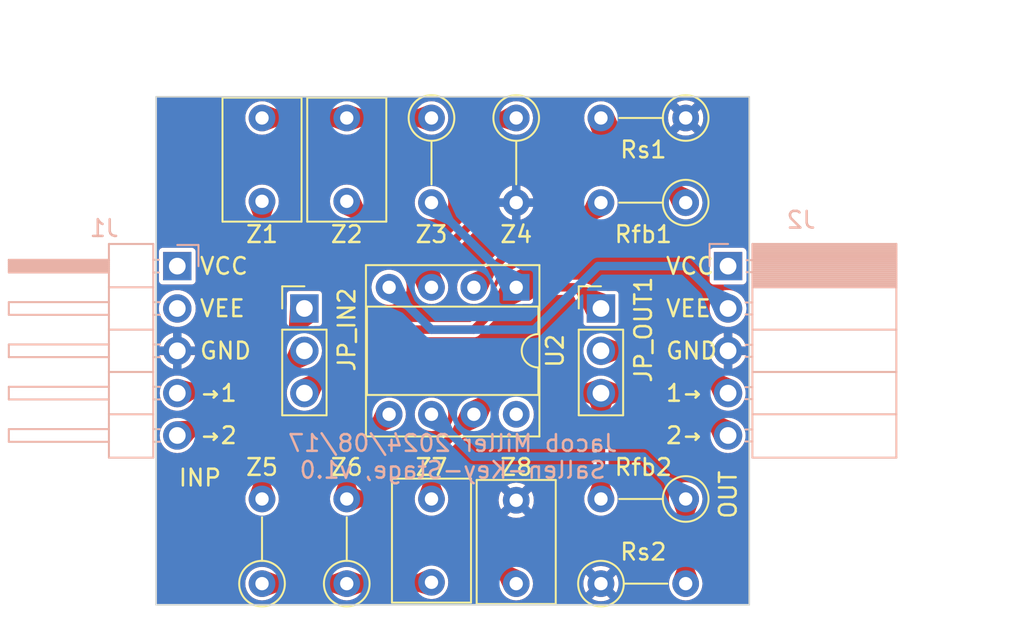
<source format=kicad_pcb>
(kicad_pcb (version 20240108) (generator "pcbnew") (generator_version "8.0")
  (title_block (title "Sallen-Key-Stage") (date "2024-08-17") (rev "v1.0") (company "Jacob Miller"))
  (layers (0 "F.Cu" signal) (1 "In1.Cu" signal) (2 "In2.Cu" signal) (31 "B.Cu" signal) (34 "B.Paste" user) (35 "F.Paste" user) (36 "B.SilkS" user "B.Silkscreen") (37 "F.SilkS" user "F.Silkscreen") (38 "B.Mask" user) (39 "F.Mask" user) (44 "Edge.Cuts" user))
  (net 0 "")
  (net 1 "Net-(U2A-+)")
  (net 2 "IN1")
  (net 3 "Net-(U2B-+)")
  (net 4 "GND")
  (net 5 "IN2")
  (net 6 "Net-(U2A--)")
  (net 7 "Net-(U2B--)")
  (net 8 "+9V")
  (net 9 "-9V")
  (net 10 "OUT2")
  (net 11 "OUT1")
  (net 12 "IN2B")
  (net 13 "OUT1A")
  (net 14 "Net-(Z1-Pad2)")
  (net 15 "Net-(Z5-Pad1)")
  (footprint "Connector_PinHeader_2.54mm:PinHeader_1x03_P2.54mm_Vertical" (layer "F.Cu") (at 137.16 62.23)
    (property "Reference" "JP_OUT1" (at 2.54 1.27 90) (layer "F.SilkS"))
    (property "Value" "Jumper_3_Bridged12")
    (fp_line (start -1.33 -1.33) (end 0 -1.33) (stroke (width 0.12)) (layer "F.SilkS"))
    (fp_line (start -1.33 0) (end -1.33 -1.33) (stroke (width 0.12)) (layer "F.SilkS"))
    (fp_line (start -1.33 1.27) (end -1.33 6.41) (stroke (width 0.12)) (layer "F.SilkS"))
    (fp_line (start -1.33 1.27) (end 1.33 1.27) (stroke (width 0.12)) (layer "F.SilkS"))
    (fp_line (start -1.33 6.41) (end 1.33 6.41) (stroke (width 0.12)) (layer "F.SilkS"))
    (fp_line (start 1.33 1.27) (end 1.33 6.41) (stroke (width 0.12)) (layer "F.SilkS"))
    (pad "1" thru_hole rect (at 0 0) (size 1.7 1.7) (drill 1) (layers "*.Cu" "*.Mask") (net 13 "OUT1A"))
    (pad "2" thru_hole oval (at 0 2.54) (size 1.7 1.7) (drill 1) (layers "*.Cu" "*.Mask") (net 11 "OUT1"))
    (pad "3" thru_hole oval (at 0 5.08) (size 1.7 1.7) (drill 1) (layers "*.Cu" "*.Mask") (net 10 "OUT2"))
  )
  (footprint "Resistor_THT:R_Axial_DIN0207_L6.3mm_D2.5mm_P5.08mm_Vertical" (layer "F.Cu") (at 121.92 78.74 90)
    (property "Reference" "Z6" (at 6.985 0 180) (layer "F.SilkS"))
    (property "Value" "2k")
    (fp_line (start 1.37 0) (end 3.98 0) (stroke (width 0.12)) (layer "F.SilkS"))
    (fp_circle (center 0 0) (end 1.37 0) (stroke (width 0.12)) (fill none) (layer "F.SilkS"))
    (pad "1" thru_hole circle (at 0 0 90) (size 1.6 1.6) (drill 0.8) (layers "*.Cu" "*.Mask") (net 15 "Net-(Z5-Pad1)"))
    (pad "2" thru_hole oval (at 5.08 0 90) (size 1.6 1.6) (drill 0.8) (layers "*.Cu" "*.Mask") (net 3 "Net-(U2B-+)"))
  )
  (footprint "Resistor_THT:R_Axial_DIN0207_L6.3mm_D2.5mm_P5.08mm_Vertical" (layer "F.Cu") (at 132.08 50.8 -90)
    (property "Reference" "Z4" (at 6.985 0 360) (layer "F.SilkS"))
    (property "Value" "2k")
    (fp_line (start 1.37 0) (end 3.98 0) (stroke (width 0.12)) (layer "F.SilkS"))
    (fp_circle (center 0 0) (end 1.37 0) (stroke (width 0.12)) (fill none) (layer "F.SilkS"))
    (pad "1" thru_hole circle (at 0 0 270) (size 1.6 1.6) (drill 0.8) (layers "*.Cu" "*.Mask") (net 1 "Net-(U2A-+)"))
    (pad "2" thru_hole oval (at 5.08 0 270) (size 1.6 1.6) (drill 0.8) (layers "*.Cu" "*.Mask") (net 4 "GND"))
  )
  (footprint "Resistor_THT:R_Axial_DIN0207_L6.3mm_D2.5mm_P5.08mm_Vertical" (layer "F.Cu") (at 142.24 73.66 180)
    (property "Reference" "Rfb2" (at 2.54 1.905 180) (layer "F.SilkS"))
    (property "Value" "1k")
    (fp_line (start 1.37 0) (end 3.98 0) (stroke (width 0.12)) (layer "F.SilkS"))
    (fp_circle (center 0 0) (end 1.37 0) (stroke (width 0.12)) (fill none) (layer "F.SilkS"))
    (pad "1" thru_hole circle (at 0 0 180) (size 1.6 1.6) (drill 0.8) (layers "*.Cu" "*.Mask") (net 7 "Net-(U2B--)"))
    (pad "2" thru_hole oval (at 5.08 0 180) (size 1.6 1.6) (drill 0.8) (layers "*.Cu" "*.Mask") (net 10 "OUT2"))
  )
  (footprint "Capacitor_THT:C_Rect_L7.2mm_W4.5mm_P5.00mm_FKS2_FKP2_MKS2_MKP2" (layer "F.Cu") (at 127 73.66 -90)
    (property "Reference" "Z7" (at -1.905 0 180) (layer "F.SilkS"))
    (property "Value" "10n")
    (fp_line (start -1.22 2.37) (end 6.22 2.37) (stroke (width 0.12)) (layer "F.SilkS"))
    (fp_line (start -1.22 -2.37) (end -1.22 2.37) (stroke (width 0.12)) (layer "F.SilkS"))
    (fp_line (start -1.22 -2.37) (end 6.22 -2.37) (stroke (width 0.12)) (layer "F.SilkS"))
    (fp_line (start 6.22 -2.37) (end 6.22 2.37) (stroke (width 0.12)) (layer "F.SilkS"))
    (pad "1" thru_hole circle (at 0 0 270) (size 1.6 1.6) (drill 0.8) (layers "*.Cu" "*.Mask") (net 10 "OUT2"))
    (pad "2" thru_hole circle (at 5 0 270) (size 1.6 1.6) (drill 0.8) (layers "*.Cu" "*.Mask") (net 15 "Net-(Z5-Pad1)"))
  )
  (footprint "Resistor_THT:R_Axial_DIN0207_L6.3mm_D2.5mm_P5.08mm_Vertical" (layer "F.Cu") (at 137.16 78.74)
    (property "Reference" "Rs2" (at 2.54 -1.905 180) (layer "F.SilkS"))
    (property "Value" "100k")
    (fp_line (start 1.37 0) (end 3.98 0) (stroke (width 0.12)) (layer "F.SilkS"))
    (fp_circle (center 0 0) (end 1.37 0) (stroke (width 0.12)) (fill none) (layer "F.SilkS"))
    (pad "1" thru_hole circle (at 0 0) (size 1.6 1.6) (drill 0.8) (layers "*.Cu" "*.Mask") (net 4 "GND"))
    (pad "2" thru_hole oval (at 5.08 0) (size 1.6 1.6) (drill 0.8) (layers "*.Cu" "*.Mask") (net 7 "Net-(U2B--)"))
  )
  (footprint "Resistor_THT:R_Axial_DIN0207_L6.3mm_D2.5mm_P5.08mm_Vertical" (layer "F.Cu") (at 142.24 50.8 180)
    (property "Reference" "Rs1" (at 2.54 -1.905 180) (layer "F.SilkS"))
    (property "Value" "100k")
    (fp_line (start 1.37 0) (end 3.98 0) (stroke (width 0.12)) (layer "F.SilkS"))
    (fp_circle (center 0 0) (end 1.37 0) (stroke (width 0.12)) (fill none) (layer "F.SilkS"))
    (pad "1" thru_hole circle (at 0 0 180) (size 1.6 1.6) (drill 0.8) (layers "*.Cu" "*.Mask") (net 4 "GND"))
    (pad "2" thru_hole oval (at 5.08 0 180) (size 1.6 1.6) (drill 0.8) (layers "*.Cu" "*.Mask") (net 6 "Net-(U2A--)"))
  )
  (footprint "Capacitor_THT:C_Rect_L7.2mm_W4.5mm_P5.00mm_FKS2_FKP2_MKS2_MKP2" (layer "F.Cu") (at 116.84 55.8 90)
    (property "Reference" "Z1" (at -1.985 0 180) (layer "F.SilkS"))
    (property "Value" "10n")
    (fp_line (start 6.22 -2.37) (end 6.22 2.37) (stroke (width 0.12)) (layer "F.SilkS"))
    (fp_line (start -1.22 -2.37) (end 6.22 -2.37) (stroke (width 0.12)) (layer "F.SilkS"))
    (fp_line (start -1.22 -2.37) (end -1.22 2.37) (stroke (width 0.12)) (layer "F.SilkS"))
    (fp_line (start -1.22 2.37) (end 6.22 2.37) (stroke (width 0.12)) (layer "F.SilkS"))
    (pad "1" thru_hole circle (at 0 0 90) (size 1.6 1.6) (drill 0.8) (layers "*.Cu" "*.Mask") (net 2 "IN1"))
    (pad "2" thru_hole circle (at 5 0 90) (size 1.6 1.6) (drill 0.8) (layers "*.Cu" "*.Mask") (net 14 "Net-(Z1-Pad2)"))
  )
  (footprint "Resistor_THT:R_Axial_DIN0207_L6.3mm_D2.5mm_P5.08mm_Vertical" (layer "F.Cu") (at 142.24 55.88 180)
    (property "Reference" "Rfb1" (at 2.54 -1.905 180) (layer "F.SilkS"))
    (property "Value" "1k")
    (fp_line (start 1.37 0) (end 3.98 0) (stroke (width 0.12)) (layer "F.SilkS"))
    (fp_circle (center 0 0) (end 1.37 0) (stroke (width 0.12)) (fill none) (layer "F.SilkS"))
    (pad "1" thru_hole circle (at 0 0 180) (size 1.6 1.6) (drill 0.8) (layers "*.Cu" "*.Mask") (net 6 "Net-(U2A--)"))
    (pad "2" thru_hole oval (at 5.08 0 180) (size 1.6 1.6) (drill 0.8) (layers "*.Cu" "*.Mask") (net 13 "OUT1A"))
  )
  (footprint "Resistor_THT:R_Axial_DIN0207_L6.3mm_D2.5mm_P5.08mm_Vertical" (layer "F.Cu") (at 116.84 78.74 90)
    (property "Reference" "Z5" (at 6.985 0 180) (layer "F.SilkS"))
    (property "Value" "2k")
    (fp_line (start 1.37 0) (end 3.98 0) (stroke (width 0.12)) (layer "F.SilkS"))
    (fp_circle (center 0 0) (end 1.37 0) (stroke (width 0.12)) (fill none) (layer "F.SilkS"))
    (pad "1" thru_hole circle (at 0 0 90) (size 1.6 1.6) (drill 0.8) (layers "*.Cu" "*.Mask") (net 15 "Net-(Z5-Pad1)"))
    (pad "2" thru_hole oval (at 5.08 0 90) (size 1.6 1.6) (drill 0.8) (layers "*.Cu" "*.Mask") (net 12 "IN2B"))
  )
  (footprint "Capacitor_THT:C_Rect_L7.2mm_W4.5mm_P5.00mm_FKS2_FKP2_MKS2_MKP2" (layer "F.Cu") (at 121.92 50.8 -90)
    (property "Reference" "Z2" (at 6.985 0 180) (layer "F.SilkS"))
    (property "Value" "10n")
    (fp_line (start -1.22 2.37) (end 6.22 2.37) (stroke (width 0.12)) (layer "F.SilkS"))
    (fp_line (start -1.22 -2.37) (end -1.22 2.37) (stroke (width 0.12)) (layer "F.SilkS"))
    (fp_line (start -1.22 -2.37) (end 6.22 -2.37) (stroke (width 0.12)) (layer "F.SilkS"))
    (fp_line (start 6.22 -2.37) (end 6.22 2.37) (stroke (width 0.12)) (layer "F.SilkS"))
    (pad "1" thru_hole circle (at 0 0 270) (size 1.6 1.6) (drill 0.8) (layers "*.Cu" "*.Mask") (net 14 "Net-(Z1-Pad2)"))
    (pad "2" thru_hole circle (at 5 0 270) (size 1.6 1.6) (drill 0.8) (layers "*.Cu" "*.Mask") (net 1 "Net-(U2A-+)"))
  )
  (footprint "Package_DIP:DIP-8_W7.62mm_Socket" (layer "F.Cu") (at 132.08 60.96 -90)
    (property "Reference" "U2" (at 3.81 -2.33 90) (layer "F.SilkS"))
    (property "Value" "LM358")
    (fp_line (start -1.33 9.01) (end 8.95 9.01) (stroke (width 0.12)) (layer "F.SilkS"))
    (fp_line (start 8.95 9.01) (end 8.95 -1.39) (stroke (width 0.12)) (layer "F.SilkS"))
    (fp_line (start 1.16 8.95) (end 6.46 8.95) (stroke (width 0.12)) (layer "F.SilkS"))
    (fp_line (start 6.46 8.95) (end 6.46 -1.33) (stroke (width 0.12)) (layer "F.SilkS"))
    (fp_line (start 1.16 -1.33) (end 1.16 8.95) (stroke (width 0.12)) (layer "F.SilkS"))
    (fp_line (start 2.81 -1.33) (end 1.16 -1.33) (stroke (width 0.12)) (layer "F.SilkS"))
    (fp_line (start 6.46 -1.33) (end 4.81 -1.33) (stroke (width 0.12)) (layer "F.SilkS"))
    (fp_line (start -1.33 -1.39) (end -1.33 9.01) (stroke (width 0.12)) (layer "F.SilkS"))
    (fp_line (start 8.95 -1.39) (end -1.33 -1.39) (stroke (width 0.12)) (layer "F.SilkS"))
    (fp_arc (start 4.81 -1.33) (mid 3.81 -0.33) (end 2.81 -1.33) (stroke (width 0.12)) (layer "F.SilkS"))
    (pad "1" thru_hole rect (at 0 0 270) (size 1.6 1.6) (drill 0.8) (layers "*.Cu" "*.Mask") (net 13 "OUT1A"))
    (pad "2" thru_hole oval (at 0 2.54 270) (size 1.6 1.6) (drill 0.8) (layers "*.Cu" "*.Mask") (net 6 "Net-(U2A--)"))
    (pad "3" thru_hole oval (at 0 5.08 270) (size 1.6 1.6) (drill 0.8) (layers "*.Cu" "*.Mask") (net 1 "Net-(U2A-+)"))
    (pad "4" thru_hole oval (at 0 7.62 270) (size 1.6 1.6) (drill 0.8) (layers "*.Cu" "*.Mask") (net 9 "-9V"))
    (pad "5" thru_hole oval (at 7.62 7.62 270) (size 1.6 1.6) (drill 0.8) (layers "*.Cu" "*.Mask") (net 3 "Net-(U2B-+)"))
    (pad "6" thru_hole oval (at 7.62 5.08 270) (size 1.6 1.6) (drill 0.8) (layers "*.Cu" "*.Mask") (net 7 "Net-(U2B--)"))
    (pad "7" thru_hole oval (at 7.62 2.54 270) (size 1.6 1.6) (drill 0.8) (layers "*.Cu" "*.Mask") (net 10 "OUT2"))
    (pad "8" thru_hole oval (at 7.62 0 270) (size 1.6 1.6) (drill 0.8) (layers "*.Cu" "*.Mask") (net 8 "+9V"))
  )
  (footprint "Connector_PinHeader_2.54mm:PinHeader_1x03_P2.54mm_Vertical" (layer "F.Cu") (at 119.38 62.23)
    (property "Reference" "JP_IN2" (at 2.54 1.27 90) (layer "F.SilkS"))
    (property "Value" "Jumper_3_Bridged12")
    (fp_line (start -1.33 -1.33) (end 0 -1.33) (stroke (width 0.12)) (layer "F.SilkS"))
    (fp_line (start -1.33 0) (end -1.33 -1.33) (stroke (width 0.12)) (layer "F.SilkS"))
    (fp_line (start -1.33 1.27) (end -1.33 6.41) (stroke (width 0.12)) (layer "F.SilkS"))
    (fp_line (start -1.33 1.27) (end 1.33 1.27) (stroke (width 0.12)) (layer "F.SilkS"))
    (fp_line (start -1.33 6.41) (end 1.33 6.41) (stroke (width 0.12)) (layer "F.SilkS"))
    (fp_line (start 1.33 1.27) (end 1.33 6.41) (stroke (width 0.12)) (layer "F.SilkS"))
    (pad "1" thru_hole rect (at 0 0) (size 1.7 1.7) (drill 1) (layers "*.Cu" "*.Mask") (net 5 "IN2"))
    (pad "2" thru_hole oval (at 0 2.54) (size 1.7 1.7) (drill 1) (layers "*.Cu" "*.Mask") (net 12 "IN2B"))
    (pad "3" thru_hole oval (at 0 5.08) (size 1.7 1.7) (drill 1) (layers "*.Cu" "*.Mask") (net 13 "OUT1A"))
  )
  (footprint "Resistor_THT:R_Axial_DIN0207_L6.3mm_D2.5mm_P5.08mm_Vertical" (layer "F.Cu") (at 127 50.8 -90)
    (property "Reference" "Z3" (at 6.985 0 180) (layer "F.SilkS"))
    (property "Value" "2k")
    (fp_line (start 1.37 0) (end 3.98 0) (stroke (width 0.12)) (layer "F.SilkS"))
    (fp_circle (center 0 0) (end 1.37 0) (stroke (width 0.12)) (fill none) (layer "F.SilkS"))
    (pad "1" thru_hole circle (at 0 0 270) (size 1.6 1.6) (drill 0.8) (layers "*.Cu" "*.Mask") (net 14 "Net-(Z1-Pad2)"))
    (pad "2" thru_hole oval (at 5.08 0 270) (size 1.6 1.6) (drill 0.8) (layers "*.Cu" "*.Mask") (net 13 "OUT1A"))
  )
  (footprint "Capacitor_THT:C_Rect_L7.2mm_W4.5mm_P5.00mm_FKS2_FKP2_MKS2_MKP2" (layer "F.Cu") (at 132.08 73.74 -90)
    (property "Reference" "Z8" (at -1.985 0 180) (layer "F.SilkS"))
    (property "Value" "10n")
    (fp_line (start -1.22 2.37) (end 6.22 2.37) (stroke (width 0.12)) (layer "F.SilkS"))
    (fp_line (start -1.22 -2.37) (end -1.22 2.37) (stroke (width 0.12)) (layer "F.SilkS"))
    (fp_line (start -1.22 -2.37) (end 6.22 -2.37) (stroke (width 0.12)) (layer "F.SilkS"))
    (fp_line (start 6.22 -2.37) (end 6.22 2.37) (stroke (width 0.12)) (layer "F.SilkS"))
    (pad "1" thru_hole circle (at 0 0 270) (size 1.6 1.6) (drill 0.8) (layers "*.Cu" "*.Mask") (net 4 "GND"))
    (pad "2" thru_hole circle (at 5 0 270) (size 1.6 1.6) (drill 0.8) (layers "*.Cu" "*.Mask") (net 3 "Net-(U2B-+)"))
  )
  (footprint "Connector_PinHeader_2.54mm:PinHeader_1x05_P2.54mm_Horizontal" (layer "B.Cu") (at 111.76 59.69 180)
    (property "Reference" "J1" (at 4.385 2.27 0) (layer "B.SilkS") (effects (justify mirror)))
    (property "Value" "Conn_01x05_Pin")
    (fp_line (start 10.1 0.38) (end 4.1 0.38) (stroke (width 0.12)) (layer "B.SilkS"))
    (fp_line (start 10.1 0.32) (end 4.1 0.32) (stroke (width 0.12)) (layer "B.SilkS"))
    (fp_line (start 10.1 0.2) (end 4.1 0.2) (stroke (width 0.12)) (layer "B.SilkS"))
    (fp_line (start 10.1 0.08) (end 4.1 0.08) (stroke (width 0.12)) (layer "B.SilkS"))
    (fp_line (start 10.1 -0.04) (end 4.1 -0.04) (stroke (width 0.12)) (layer "B.SilkS"))
    (fp_line (start 10.1 -0.16) (end 4.1 -0.16) (stroke (width 0.12)) (layer "B.SilkS"))
    (fp_line (start 10.1 -0.28) (end 4.1 -0.28) (stroke (width 0.12)) (layer "B.SilkS"))
    (fp_line (start 10.1 -0.38) (end 10.1 0.38) (stroke (width 0.12)) (layer "B.SilkS"))
    (fp_line (start 10.1 -2.16) (end 4.1 -2.16) (stroke (width 0.12)) (layer "B.SilkS"))
    (fp_line (start 10.1 -2.92) (end 10.1 -2.16) (stroke (width 0.12)) (layer "B.SilkS"))
    (fp_line (start 10.1 -4.7) (end 4.1 -4.7) (stroke (width 0.12)) (layer "B.SilkS"))
    (fp_line (start 10.1 -5.46) (end 10.1 -4.7) (stroke (width 0.12)) (layer "B.SilkS"))
    (fp_line (start 10.1 -7.24) (end 4.1 -7.24) (stroke (width 0.12)) (layer "B.SilkS"))
    (fp_line (start 10.1 -8) (end 10.1 -7.24) (stroke (width 0.12)) (layer "B.SilkS"))
    (fp_line (start 10.1 -9.78) (end 4.1 -9.78) (stroke (width 0.12)) (layer "B.SilkS"))
    (fp_line (start 10.1 -10.54) (end 10.1 -9.78) (stroke (width 0.12)) (layer "B.SilkS"))
    (fp_line (start 4.1 1.33) (end 4.1 -11.49) (stroke (width 0.12)) (layer "B.SilkS"))
    (fp_line (start 4.1 -0.38) (end 10.1 -0.38) (stroke (width 0.12)) (layer "B.SilkS"))
    (fp_line (start 4.1 -1.27) (end 1.44 -1.27) (stroke (width 0.12)) (layer "B.SilkS"))
    (fp_line (start 4.1 -2.92) (end 10.1 -2.92) (stroke (width 0.12)) (layer "B.SilkS"))
    (fp_line (start 4.1 -3.81) (end 1.44 -3.81) (stroke (width 0.12)) (layer "B.SilkS"))
    (fp_line (start 4.1 -5.46) (end 10.1 -5.46) (stroke (width 0.12)) (layer "B.SilkS"))
    (fp_line (start 4.1 -6.35) (end 1.44 -6.35) (stroke (width 0.12)) (layer "B.SilkS"))
    (fp_line (start 4.1 -8) (end 10.1 -8) (stroke (width 0.12)) (layer "B.SilkS"))
    (fp_line (start 4.1 -8.89) (end 1.44 -8.89) (stroke (width 0.12)) (layer "B.SilkS"))
    (fp_line (start 4.1 -10.54) (end 10.1 -10.54) (stroke (width 0.12)) (layer "B.SilkS"))
    (fp_line (start 4.1 -11.49) (end 1.44 -11.49) (stroke (width 0.12)) (layer "B.SilkS"))
    (fp_line (start 1.44 1.33) (end 4.1 1.33) (stroke (width 0.12)) (layer "B.SilkS"))
    (fp_line (start 1.44 0.38) (end 1.11 0.38) (stroke (width 0.12)) (layer "B.SilkS"))
    (fp_line (start 1.44 -0.38) (end 1.11 -0.38) (stroke (width 0.12)) (layer "B.SilkS"))
    (fp_line (start 1.44 -2.16) (end 1.042929 -2.16) (stroke (width 0.12)) (layer "B.SilkS"))
    (fp_line (start 1.44 -2.92) (end 1.042929 -2.92) (stroke (width 0.12)) (layer "B.SilkS"))
    (fp_line (start 1.44 -4.7) (end 1.042929 -4.7) (stroke (width 0.12)) (layer "B.SilkS"))
    (fp_line (start 1.44 -5.46) (end 1.042929 -5.46) (stroke (width 0.12)) (layer "B.SilkS"))
    (fp_line (start 1.44 -7.24) (end 1.042929 -7.24) (stroke (width 0.12)) (layer "B.SilkS"))
    (fp_line (start 1.44 -8) (end 1.042929 -8) (stroke (width 0.12)) (layer "B.SilkS"))
    (fp_line (start 1.44 -9.78) (end 1.042929 -9.78) (stroke (width 0.12)) (layer "B.SilkS"))
    (fp_line (start 1.44 -10.54) (end 1.042929 -10.54) (stroke (width 0.12)) (layer "B.SilkS"))
    (fp_line (start 1.44 -11.49) (end 1.44 1.33) (stroke (width 0.12)) (layer "B.SilkS"))
    (fp_line (start 0 1.27) (end -1.27 1.27) (stroke (width 0.12)) (layer "B.SilkS"))
    (fp_line (start -1.27 1.27) (end -1.27 0) (stroke (width 0.12)) (layer "B.SilkS"))
    (pad "1" thru_hole rect (at 0 0 180) (size 1.7 1.7) (drill 1) (layers "*.Cu" "*.Mask") (net 8 "+9V"))
    (pad "2" thru_hole oval (at 0 -2.54 180) (size 1.7 1.7) (drill 1) (layers "*.Cu" "*.Mask") (net 9 "-9V"))
    (pad "3" thru_hole oval (at 0 -5.08 180) (size 1.7 1.7) (drill 1) (layers "*.Cu" "*.Mask") (net 4 "GND"))
    (pad "4" thru_hole oval (at 0 -7.62 180) (size 1.7 1.7) (drill 1) (layers "*.Cu" "*.Mask") (net 2 "IN1"))
    (pad "5" thru_hole oval (at 0 -10.16 180) (size 1.7 1.7) (drill 1) (layers "*.Cu" "*.Mask") (net 5 "IN2"))
  )
  (footprint "Connector_PinSocket_2.54mm:PinSocket_1x05_P2.54mm_Horizontal" (layer "B.Cu") (at 144.78 59.69 180)
    (property "Reference" "J2" (at -4.38 2.77 360) (layer "B.SilkS") (effects (justify mirror)))
    (property "Value" "Conn_01x05_Socket")
    (fp_line (start 1.11 1.33) (end 0 1.33) (stroke (width 0.12)) (layer "B.SilkS"))
    (fp_line (start 1.11 0) (end 1.11 1.33) (stroke (width 0.12)) (layer "B.SilkS"))
    (fp_line (start -1.05 -2.18) (end -1.46 -2.18) (stroke (width 0.12)) (layer "B.SilkS"))
    (fp_line (start -1.05 -2.9) (end -1.46 -2.9) (stroke (width 0.12)) (layer "B.SilkS"))
    (fp_line (start -1.05 -4.72) (end -1.46 -4.72) (stroke (width 0.12)) (layer "B.SilkS"))
    (fp_line (start -1.05 -5.44) (end -1.46 -5.44) (stroke (width 0.12)) (layer "B.SilkS"))
    (fp_line (start -1.05 -7.26) (end -1.46 -7.26) (stroke (width 0.12)) (layer "B.SilkS"))
    (fp_line (start -1.05 -7.98) (end -1.46 -7.98) (stroke (width 0.12)) (layer "B.SilkS"))
    (fp_line (start -1.05 -9.8) (end -1.46 -9.8) (stroke (width 0.12)) (layer "B.SilkS"))
    (fp_line (start -1.05 -10.52) (end -1.46 -10.52) (stroke (width 0.12)) (layer "B.SilkS"))
    (fp_line (start -1.11 0.36) (end -1.46 0.36) (stroke (width 0.12)) (layer "B.SilkS"))
    (fp_line (start -1.11 -0.36) (end -1.46 -0.36) (stroke (width 0.12)) (layer "B.SilkS"))
    (fp_line (start -1.46 1.33) (end -10.09 1.33) (stroke (width 0.12)) (layer "B.SilkS"))
    (fp_line (start -1.46 1.21) (end -10.09 1.21) (stroke (width 0.12)) (layer "B.SilkS"))
    (fp_line (start -1.46 1.091905) (end -10.09 1.091905) (stroke (width 0.12)) (layer "B.SilkS"))
    (fp_line (start -1.46 0.97381) (end -10.09 0.97381) (stroke (width 0.12)) (layer "B.SilkS"))
    (fp_line (start -1.46 0.855715) (end -10.09 0.855715) (stroke (width 0.12)) (layer "B.SilkS"))
    (fp_line (start -1.46 0.73762) (end -10.09 0.73762) (stroke (width 0.12)) (layer "B.SilkS"))
    (fp_line (start -1.46 0.619525) (end -10.09 0.619525) (stroke (width 0.12)) (layer "B.SilkS"))
    (fp_line (start -1.46 0.50143) (end -10.09 0.50143) (stroke (width 0.12)) (layer "B.SilkS"))
    (fp_line (start -1.46 0.383335) (end -10.09 0.383335) (stroke (width 0.12)) (layer "B.SilkS"))
    (fp_line (start -1.46 0.26524) (end -10.09 0.26524) (stroke (width 0.12)) (layer "B.SilkS"))
    (fp_line (start -1.46 0.147145) (end -10.09 0.147145) (stroke (width 0.12)) (layer "B.SilkS"))
    (fp_line (start -1.46 0.02905) (end -10.09 0.02905) (stroke (width 0.12)) (layer "B.SilkS"))
    (fp_line (start -1.46 -0.089045) (end -10.09 -0.089045) (stroke (width 0.12)) (layer "B.SilkS"))
    (fp_line (start -1.46 -0.20714) (end -10.09 -0.20714) (stroke (width 0.12)) (layer "B.SilkS"))
    (fp_line (start -1.46 -0.325235) (end -10.09 -0.325235) (stroke (width 0.12)) (layer "B.SilkS"))
    (fp_line (start -1.46 -0.44333) (end -10.09 -0.44333) (stroke (width 0.12)) (layer "B.SilkS"))
    (fp_line (start -1.46 -0.561425) (end -10.09 -0.561425) (stroke (width 0.12)) (layer "B.SilkS"))
    (fp_line (start -1.46 -0.67952) (end -10.09 -0.67952) (stroke (width 0.12)) (layer "B.SilkS"))
    (fp_line (start -1.46 -0.797615) (end -10.09 -0.797615) (stroke (width 0.12)) (layer "B.SilkS"))
    (fp_line (start -1.46 -0.91571) (end -10.09 -0.91571) (stroke (width 0.12)) (layer "B.SilkS"))
    (fp_line (start -1.46 -1.033805) (end -10.09 -1.033805) (stroke (width 0.12)) (layer "B.SilkS"))
    (fp_line (start -1.46 -1.1519) (end -10.09 -1.1519) (stroke (width 0.12)) (layer "B.SilkS"))
    (fp_line (start -1.46 -1.27) (end -10.09 -1.27) (stroke (width 0.12)) (layer "B.SilkS"))
    (fp_line (start -1.46 -3.81) (end -10.09 -3.81) (stroke (width 0.12)) (layer "B.SilkS"))
    (fp_line (start -1.46 -6.35) (end -10.09 -6.35) (stroke (width 0.12)) (layer "B.SilkS"))
    (fp_line (start -1.46 -8.89) (end -10.09 -8.89) (stroke (width 0.12)) (layer "B.SilkS"))
    (fp_line (start -1.46 -11.49) (end -1.46 1.33) (stroke (width 0.12)) (layer "B.SilkS"))
    (fp_line (start -1.46 -11.49) (end -10.09 -11.49) (stroke (width 0.12)) (layer "B.SilkS"))
    (fp_line (start -10.09 -11.49) (end -10.09 1.33) (stroke (width 0.12)) (layer "B.SilkS"))
    (pad "1" thru_hole rect (at 0 0 180) (size 1.7 1.7) (drill 1) (layers "*.Cu" "*.Mask") (net 8 "+9V"))
    (pad "2" thru_hole oval (at 0 -2.54 180) (size 1.7 1.7) (drill 1) (layers "*.Cu" "*.Mask") (net 9 "-9V"))
    (pad "3" thru_hole oval (at 0 -5.08 180) (size 1.7 1.7) (drill 1) (layers "*.Cu" "*.Mask") (net 4 "GND"))
    (pad "4" thru_hole oval (at 0 -7.62 180) (size 1.7 1.7) (drill 1) (layers "*.Cu" "*.Mask") (net 11 "OUT1"))
    (pad "5" thru_hole oval (at 0 -10.16 180) (size 1.7 1.7) (drill 1) (layers "*.Cu" "*.Mask") (net 10 "OUT2"))
  )
  (gr_rect (start 110.49 49.53) (end 146.05 80.01) (stroke (width 0.1)) (fill none) (layer "Edge.Cuts"))
  (gr_text "Jacob Miller 2024/08/17\nSallen-Key-Stage, v1.0" (at 128.27 71.12 0) (layer "B.SilkS") (effects (font (size 1 1)) (justify mirror)))
  (gr_text "VEE" (at 140.97 62.23 0) (layer "F.SilkS") (effects (font (size 1 1)) (justify left)))
  (gr_text "1→" (at 140.97 67.31 0) (layer "F.SilkS") (effects (font (size 1 1)) (justify left)))
  (gr_text "2→" (at 140.97 69.85 0) (layer "F.SilkS") (effects (font (size 1 1)) (justify left)))
  (gr_text "VCC" (at 113.03 59.69 0) (layer "F.SilkS") (effects (font (size 1 1)) (justify left)))
  (gr_text "→1" (at 113.03 67.31 0) (layer "F.SilkS") (effects (font (size 1 1)) (justify left)))
  (gr_text "GND" (at 140.97 64.77 0) (layer "F.SilkS") (effects (font (size 1 1)) (justify left)))
  (gr_text "GND" (at 113.03 64.77 0) (layer "F.SilkS") (effects (font (size 1 1)) (justify left)))
  (gr_text "VEE" (at 113.03 62.23 0) (layer "F.SilkS") (effects (font (size 1 1)) (justify left)))
  (gr_text "→2" (at 113.03 69.85 0) (layer "F.SilkS") (effects (font (size 1 1)) (justify left)))
  (gr_text "VCC" (at 140.97 59.69 0) (layer "F.SilkS") (effects (font (size 1 1)) (justify left)))
  (gr_text "OUT" (at 144.78 74.93 90) (layer "F.SilkS") (effects (font (size 1 1)) (justify left)))
  (gr_text "INP" (at 111.76 72.39 0) (layer "F.SilkS") (effects (font (size 1 1)) (justify left)))
  (segment (start 127 59.5233) (end 129.54 56.9833) (width 0.508) (layer "F.Cu") (net 1))
  (segment (start 121.92 55.8) (end 127 60.88) (width 0.508) (layer "F.Cu") (net 1))
  (segment (start 129.54 56.9833) (end 129.54 52.07) (width 0.508) (layer "F.Cu") (net 1))
  (segment (start 130.81 50.8) (end 132.08 50.8) (width 0.508) (layer "F.Cu") (net 1))
  (segment (start 127 60.88) (end 127 59.5233) (width 0.508) (layer "F.Cu") (net 1))
  (segment (start 129.54 52.07) (end 130.81 50.8) (width 0.508) (layer "F.Cu") (net 1))
  (segment (start 116.84 63.5) (end 116.84 55.88) (width 0.508) (layer "F.Cu") (net 2))
  (segment (start 113.03 67.31) (end 111.76 67.31) (width 0.508) (layer "F.Cu") (net 2))
  (segment (start 113.03 67.31) (end 116.84 63.5) (width 0.508) (layer "F.Cu") (net 2))
  (segment (start 123.4367 73.66) (end 125.9767 76.2) (width 0.508) (layer "F.Cu") (net 3))
  (segment (start 125.9767 76.2) (end 129.54 76.2) (width 0.508) (layer "F.Cu") (net 3))
  (segment (start 121.92 73.66) (end 121.92 71.12) (width 0.508) (layer "F.Cu") (net 3))
  (segment (start 129.54 76.2) (end 132.08 78.74) (width 0.508) (layer "F.Cu") (net 3))
  (segment (start 121.92 71.12) (end 124.46 68.58) (width 0.508) (layer "F.Cu") (net 3))
  (segment (start 121.92 73.66) (end 123.4367 73.66) (width 0.508) (layer "F.Cu") (net 3))
  (segment (start 111.76 69.85) (end 112.45134 69.85) (width 0.508) (layer "F.Cu") (net 5))
  (segment (start 112.45134 69.85) (end 119.38 62.92134) (width 0.508) (layer "F.Cu") (net 5))
  (segment (start 119.38 62.92134) (end 119.38 62.23) (width 0.508) (layer "F.Cu") (net 5))
  (segment (start 137.16 53.34) (end 137.16 50.8) (width 0.508) (layer "F.Cu") (net 6))
  (segment (start 129.54 60.96) (end 137.16 53.34) (width 0.508) (layer "F.Cu") (net 6))
  (segment (start 137.16 50.8) (end 142.24 55.88) (width 0.508) (layer "F.Cu") (net 6))
  (segment (start 142.24 78.74) (end 142.24 73.66) (width 0.508) (layer "F.Cu") (net 7))
  (segment (start 139.7 71.12) (end 142.24 73.66) (width 0.508) (layer "B.Cu") (net 7))
  (segment (start 127 68.58) (end 129.54 71.12) (width 0.508) (layer "B.Cu") (net 7))
  (segment (start 129.54 71.12) (end 139.7 71.12) (width 0.508) (layer "B.Cu") (net 7))
  (segment (start 127 63.5) (end 133.174 63.5) (width 0.508) (layer "B.Cu") (net 9))
  (segment (start 124.46 60.96) (end 127 63.5) (width 0.508) (layer "B.Cu") (net 9))
  (segment (start 136.984 59.69) (end 142.24 59.69) (width 0.508) (layer "B.Cu") (net 9))
  (segment (start 133.174 63.5) (end 136.984 59.69) (width 0.508) (layer "B.Cu") (net 9))
  (segment (start 142.24 59.69) (end 144.78 62.23) (width 0.508) (layer "B.Cu") (net 9))
  (segment (start 137.16 73.66) (end 137.16 67.31) (width 0.508) (layer "F.Cu") (net 10))
  (segment (start 127 73.66) (end 127 71.12) (width 0.508) (layer "F.Cu") (net 10))
  (segment (start 142.24 67.31) (end 137.16 67.31) (width 0.508) (layer "F.Cu") (net 10))
  (segment (start 137.122 67.272) (end 137.16 67.31) (width 0.508) (layer "F.Cu") (net 10))
  (segment (start 144.78 69.85) (end 142.24 67.31) (width 0.508) (layer "F.Cu") (net 10))
  (segment (start 130.848 67.272) (end 137.122 67.272) (width 0.508) (layer "F.Cu") (net 10))
  (segment (start 127 71.12) (end 129.54 68.58) (width 0.508) (layer "F.Cu") (net 10))
  (segment (start 129.54 68.58) (end 130.848 67.272) (width 0.508) (layer "F.Cu") (net 10))
  (segment (start 142.24 64.77) (end 137.16 64.77) (width 0.508) (layer "F.Cu") (net 11))
  (segment (start 144.78 67.31) (end 142.24 64.77) (width 0.508) (layer "F.Cu") (net 11))
  (segment (start 116.84 67.31) (end 116.84 73.66) (width 0.508) (layer "F.Cu") (net 12))
  (segment (start 119.38 64.77) (end 116.84 67.31) (width 0.508) (layer "F.Cu") (net 12))
  (segment (start 132.08 60.96) (end 135.89 60.96) (width 0.508) (layer "F.Cu") (net 13))
  (segment (start 135.89 60.96) (end 137.16 62.23) (width 0.508) (layer "F.Cu") (net 13))
  (segment (start 137.16 55.88) (end 132.08 60.96) (width 0.508) (layer "F.Cu") (net 13))
  (segment (start 119.38 67.31) (end 123.19 63.5) (width 0.508) (layer "F.Cu") (net 13))
  (segment (start 129.54 63.5) (end 132.08 60.96) (width 0.508) (layer "F.Cu") (net 13))
  (segment (start 123.19 63.5) (end 129.54 63.5) (width 0.508) (layer "F.Cu") (net 13))
  (segment (start 127 55.88) (end 132.08 60.96) (width 0.508) (layer "B.Cu") (net 13))
  (segment (start 121.92 50.8) (end 127 50.8) (width 0.508) (layer "F.Cu") (net 14))
  (segment (start 116.84 50.8) (end 121.92 50.8) (width 0.508) (layer "F.Cu") (net 14))
  (segment (start 121.92 78.74) (end 127 78.74) (width 0.508) (layer "F.Cu") (net 15))
  (segment (start 116.84 78.74) (end 121.92 78.74) (width 0.508) (layer "F.Cu") (net 15))
  (zone (net 4) (net_name "GND") (layers "F.Cu" "In1.Cu" "In2.Cu" "B.Cu") (name "GND") (connect_pads (clearance 0.127)) (min_thickness 0.127) (fill yes (thermal_gap 0.254) (thermal_bridge_width 0.508))
    (polygon (pts (xy 110.49 49.53) (xy 146.05 49.53) (xy 146.05 80.01) (xy 110.49 80.01)))
  )
)
</source>
